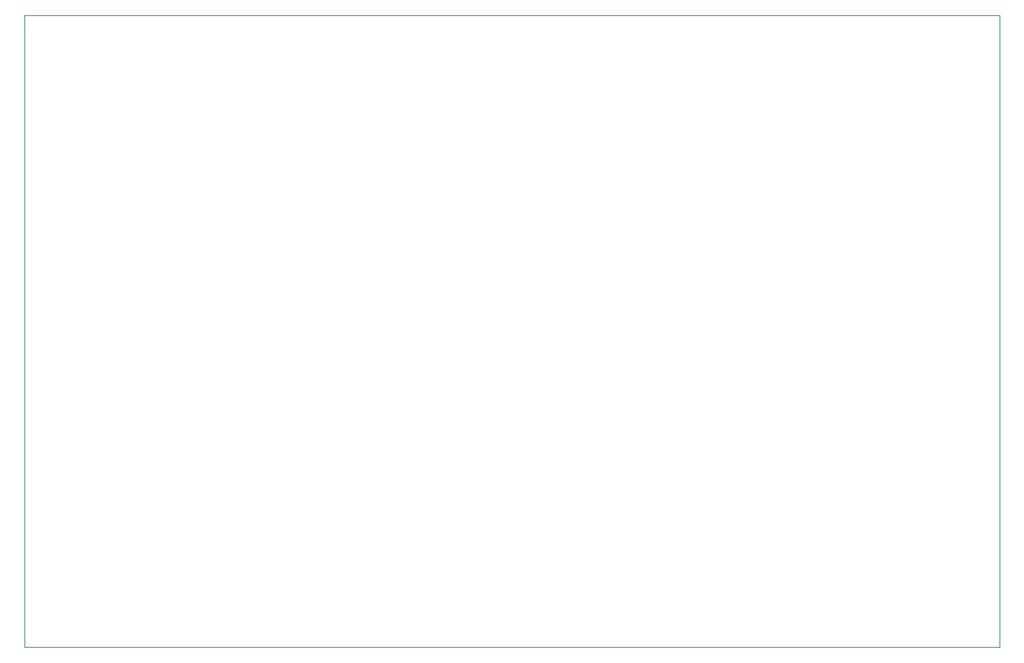
<source format=gbr>
G04 #@! TF.GenerationSoftware,KiCad,Pcbnew,5.1.4-e60b266~84~ubuntu16.04.1*
G04 #@! TF.CreationDate,2019-11-28T16:38:01+01:00*
G04 #@! TF.ProjectId,SRAM_board,5352414d-5f62-46f6-9172-642e6b696361,A*
G04 #@! TF.SameCoordinates,Original*
G04 #@! TF.FileFunction,Paste,Bot*
G04 #@! TF.FilePolarity,Positive*
%FSLAX46Y46*%
G04 Gerber Fmt 4.6, Leading zero omitted, Abs format (unit mm)*
G04 Created by KiCad (PCBNEW 5.1.4-e60b266~84~ubuntu16.04.1) date 2019-11-28 16:38:01*
%MOMM*%
%LPD*%
G04 APERTURE LIST*
%ADD10C,0.050000*%
G04 APERTURE END LIST*
D10*
X104280000Y66110000D02*
X104280000Y66030000D01*
X104280000Y-3885000D02*
X104280000Y-3800000D01*
X-3720000Y-3800000D02*
X-3720000Y-3885000D01*
X-3720000Y66030000D02*
X-3720000Y66110000D01*
X104280000Y-3800000D02*
X104280000Y66030000D01*
X-3720000Y-3885000D02*
X104280000Y-3885000D01*
X-3720000Y66110000D02*
X104280000Y66110000D01*
X-3720000Y-3800000D02*
X-3720000Y66030000D01*
M02*

</source>
